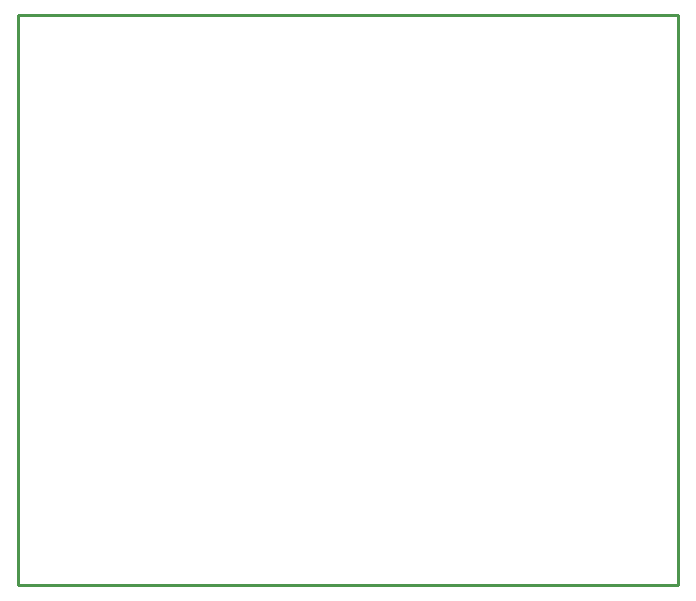
<source format=gbr>
G04 EAGLE Gerber RS-274X export*
G75*
%MOMM*%
%FSLAX34Y34*%
%LPD*%
%IN*%
%IPPOS*%
%AMOC8*
5,1,8,0,0,1.08239X$1,22.5*%
G01*
%ADD10C,0.254000*%


D10*
X0Y0D02*
X558800Y0D01*
X558800Y482600D01*
X0Y482600D01*
X0Y0D01*
M02*

</source>
